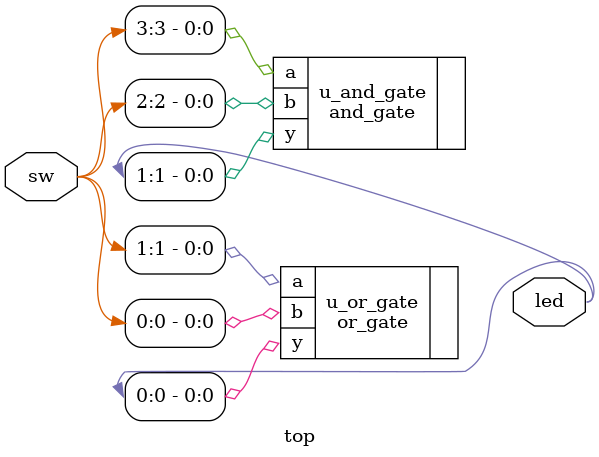
<source format=sv>
`timescale 1ns / 1ps

module top
    (
        input  wire [3:0] sw,
        output wire [1:0] led
    ) ;

    or_gate u_or_gate
    (
        .a(sw[1]),
        .b(sw[0]),
        .y(led[0])
    );

    and_gate u_and_gate
    (
        .a(sw[3]),
        .b(sw[2]),
        .y(led[1])
     );

endmodule
  
</source>
